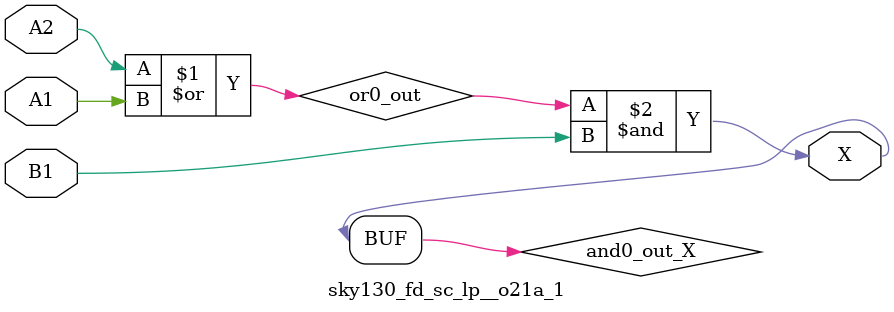
<source format=v>
/*
 * Copyright 2020 The SkyWater PDK Authors
 *
 * Licensed under the Apache License, Version 2.0 (the "License");
 * you may not use this file except in compliance with the License.
 * You may obtain a copy of the License at
 *
 *     https://www.apache.org/licenses/LICENSE-2.0
 *
 * Unless required by applicable law or agreed to in writing, software
 * distributed under the License is distributed on an "AS IS" BASIS,
 * WITHOUT WARRANTIES OR CONDITIONS OF ANY KIND, either express or implied.
 * See the License for the specific language governing permissions and
 * limitations under the License.
 *
 * SPDX-License-Identifier: Apache-2.0
*/


`ifndef SKY130_FD_SC_LP__O21A_1_FUNCTIONAL_V
`define SKY130_FD_SC_LP__O21A_1_FUNCTIONAL_V

/**
 * o21a: 2-input OR into first input of 2-input AND.
 *
 *       X = ((A1 | A2) & B1)
 *
 * Verilog simulation functional model.
 */

`timescale 1ns / 1ps
`default_nettype none

`celldefine
module sky130_fd_sc_lp__o21a_1 (
    X ,
    A1,
    A2,
    B1
);

    // Module ports
    output X ;
    input  A1;
    input  A2;
    input  B1;

    // Local signals
    wire or0_out   ;
    wire and0_out_X;

    //  Name  Output      Other arguments
    or  or0  (or0_out   , A2, A1         );
    and and0 (and0_out_X, or0_out, B1    );
    buf buf0 (X         , and0_out_X     );

endmodule
`endcelldefine

`default_nettype wire
`endif  // SKY130_FD_SC_LP__O21A_1_FUNCTIONAL_V

</source>
